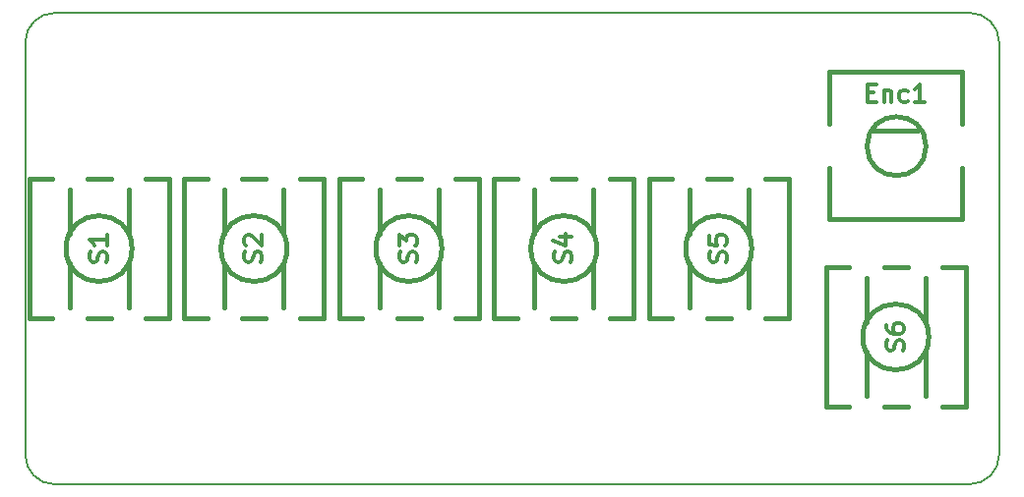
<source format=gto>
G04 #@! TF.FileFunction,Legend,Top*
%FSLAX46Y46*%
G04 Gerber Fmt 4.6, Leading zero omitted, Abs format (unit mm)*
G04 Created by KiCad (PCBNEW 4.0.2-4+6225~38~ubuntu14.04.1-stable) date jeu. 24 mars 2016 21:10:25 CET*
%MOMM*%
G01*
G04 APERTURE LIST*
%ADD10C,0.150000*%
%ADD11C,0.381000*%
%ADD12C,0.304800*%
G04 APERTURE END LIST*
D10*
X168910000Y-88900000D02*
G75*
G03X166370000Y-86360000I-2540000J0D01*
G01*
X166370000Y-127000000D02*
G75*
G03X168910000Y-124460000I0J2540000D01*
G01*
X85090000Y-124460000D02*
G75*
G03X87630000Y-127000000I2540000J0D01*
G01*
X87630000Y-86360000D02*
G75*
G03X85090000Y-88900000I0J-2540000D01*
G01*
X85090000Y-124460000D02*
X85090000Y-88900000D01*
X166370000Y-127000000D02*
X87630000Y-127000000D01*
X168910000Y-88900000D02*
X168910000Y-124460000D01*
X87630000Y-86360000D02*
X166370000Y-86360000D01*
D11*
X154305000Y-99695000D02*
X154305000Y-104140000D01*
X154305000Y-104140000D02*
X165735000Y-104140000D01*
X165735000Y-104140000D02*
X165735000Y-99695000D01*
X154305000Y-95885000D02*
X154305000Y-91440000D01*
X154305000Y-91440000D02*
X165735000Y-91440000D01*
X165735000Y-91440000D02*
X165735000Y-95885000D01*
X158115000Y-96520000D02*
X161925000Y-96520000D01*
X162623500Y-97853500D02*
G75*
G03X162623500Y-97853500I-2540000J0D01*
G01*
X90439240Y-100680520D02*
X92440760Y-100680520D01*
X87439500Y-112679480D02*
X85440520Y-112679480D01*
X85440520Y-112679480D02*
X85440520Y-100680520D01*
X85440520Y-100680520D02*
X87439500Y-100680520D01*
X92440760Y-112679480D02*
X90439240Y-112679480D01*
X95440500Y-100680520D02*
X97439480Y-100680520D01*
X97439480Y-100680520D02*
X97439480Y-112679480D01*
X97439480Y-112679480D02*
X95440500Y-112679480D01*
X88900000Y-105410000D02*
X88900000Y-101600000D01*
X88900000Y-111760000D02*
X88900000Y-107950000D01*
X93980000Y-107950000D02*
X93980000Y-111760000D01*
X93980000Y-101600000D02*
X93980000Y-105410000D01*
X94279806Y-106680000D02*
G75*
G03X94279806Y-106680000I-2839806J0D01*
G01*
X103774240Y-100680520D02*
X105775760Y-100680520D01*
X100774500Y-112679480D02*
X98775520Y-112679480D01*
X98775520Y-112679480D02*
X98775520Y-100680520D01*
X98775520Y-100680520D02*
X100774500Y-100680520D01*
X105775760Y-112679480D02*
X103774240Y-112679480D01*
X108775500Y-100680520D02*
X110774480Y-100680520D01*
X110774480Y-100680520D02*
X110774480Y-112679480D01*
X110774480Y-112679480D02*
X108775500Y-112679480D01*
X102235000Y-105410000D02*
X102235000Y-101600000D01*
X102235000Y-111760000D02*
X102235000Y-107950000D01*
X107315000Y-107950000D02*
X107315000Y-111760000D01*
X107315000Y-101600000D02*
X107315000Y-105410000D01*
X107614806Y-106680000D02*
G75*
G03X107614806Y-106680000I-2839806J0D01*
G01*
X117109240Y-100680520D02*
X119110760Y-100680520D01*
X114109500Y-112679480D02*
X112110520Y-112679480D01*
X112110520Y-112679480D02*
X112110520Y-100680520D01*
X112110520Y-100680520D02*
X114109500Y-100680520D01*
X119110760Y-112679480D02*
X117109240Y-112679480D01*
X122110500Y-100680520D02*
X124109480Y-100680520D01*
X124109480Y-100680520D02*
X124109480Y-112679480D01*
X124109480Y-112679480D02*
X122110500Y-112679480D01*
X115570000Y-105410000D02*
X115570000Y-101600000D01*
X115570000Y-111760000D02*
X115570000Y-107950000D01*
X120650000Y-107950000D02*
X120650000Y-111760000D01*
X120650000Y-101600000D02*
X120650000Y-105410000D01*
X120949806Y-106680000D02*
G75*
G03X120949806Y-106680000I-2839806J0D01*
G01*
X130444240Y-100680520D02*
X132445760Y-100680520D01*
X127444500Y-112679480D02*
X125445520Y-112679480D01*
X125445520Y-112679480D02*
X125445520Y-100680520D01*
X125445520Y-100680520D02*
X127444500Y-100680520D01*
X132445760Y-112679480D02*
X130444240Y-112679480D01*
X135445500Y-100680520D02*
X137444480Y-100680520D01*
X137444480Y-100680520D02*
X137444480Y-112679480D01*
X137444480Y-112679480D02*
X135445500Y-112679480D01*
X128905000Y-105410000D02*
X128905000Y-101600000D01*
X128905000Y-111760000D02*
X128905000Y-107950000D01*
X133985000Y-107950000D02*
X133985000Y-111760000D01*
X133985000Y-101600000D02*
X133985000Y-105410000D01*
X134284806Y-106680000D02*
G75*
G03X134284806Y-106680000I-2839806J0D01*
G01*
X143779240Y-100680520D02*
X145780760Y-100680520D01*
X140779500Y-112679480D02*
X138780520Y-112679480D01*
X138780520Y-112679480D02*
X138780520Y-100680520D01*
X138780520Y-100680520D02*
X140779500Y-100680520D01*
X145780760Y-112679480D02*
X143779240Y-112679480D01*
X148780500Y-100680520D02*
X150779480Y-100680520D01*
X150779480Y-100680520D02*
X150779480Y-112679480D01*
X150779480Y-112679480D02*
X148780500Y-112679480D01*
X142240000Y-105410000D02*
X142240000Y-101600000D01*
X142240000Y-111760000D02*
X142240000Y-107950000D01*
X147320000Y-107950000D02*
X147320000Y-111760000D01*
X147320000Y-101600000D02*
X147320000Y-105410000D01*
X147619806Y-106680000D02*
G75*
G03X147619806Y-106680000I-2839806J0D01*
G01*
X161020760Y-120299480D02*
X159019240Y-120299480D01*
X164020500Y-108300520D02*
X166019480Y-108300520D01*
X166019480Y-108300520D02*
X166019480Y-120299480D01*
X166019480Y-120299480D02*
X164020500Y-120299480D01*
X159019240Y-108300520D02*
X161020760Y-108300520D01*
X156019500Y-120299480D02*
X154020520Y-120299480D01*
X154020520Y-120299480D02*
X154020520Y-108300520D01*
X154020520Y-108300520D02*
X156019500Y-108300520D01*
X162560000Y-115570000D02*
X162560000Y-119380000D01*
X162560000Y-109220000D02*
X162560000Y-113030000D01*
X157480000Y-113030000D02*
X157480000Y-109220000D01*
X157480000Y-119380000D02*
X157480000Y-115570000D01*
X162859806Y-114300000D02*
G75*
G03X162859806Y-114300000I-2839806J0D01*
G01*
D12*
X157625143Y-93236143D02*
X158133143Y-93236143D01*
X158350857Y-94034429D02*
X157625143Y-94034429D01*
X157625143Y-92510429D01*
X158350857Y-92510429D01*
X159004000Y-93018429D02*
X159004000Y-94034429D01*
X159004000Y-93163571D02*
X159076572Y-93091000D01*
X159221714Y-93018429D01*
X159439429Y-93018429D01*
X159584572Y-93091000D01*
X159657143Y-93236143D01*
X159657143Y-94034429D01*
X161036000Y-93961857D02*
X160890857Y-94034429D01*
X160600571Y-94034429D01*
X160455429Y-93961857D01*
X160382857Y-93889286D01*
X160310286Y-93744143D01*
X160310286Y-93308714D01*
X160382857Y-93163571D01*
X160455429Y-93091000D01*
X160600571Y-93018429D01*
X160890857Y-93018429D01*
X161036000Y-93091000D01*
X162487429Y-94034429D02*
X161616572Y-94034429D01*
X162052000Y-94034429D02*
X162052000Y-92510429D01*
X161906857Y-92728143D01*
X161761715Y-92873286D01*
X161616572Y-92945857D01*
X92056857Y-107841143D02*
X92129429Y-107623429D01*
X92129429Y-107260572D01*
X92056857Y-107115429D01*
X91984286Y-107042858D01*
X91839143Y-106970286D01*
X91694000Y-106970286D01*
X91548857Y-107042858D01*
X91476286Y-107115429D01*
X91403714Y-107260572D01*
X91331143Y-107550858D01*
X91258571Y-107696000D01*
X91186000Y-107768572D01*
X91040857Y-107841143D01*
X90895714Y-107841143D01*
X90750571Y-107768572D01*
X90678000Y-107696000D01*
X90605429Y-107550858D01*
X90605429Y-107188000D01*
X90678000Y-106970286D01*
X92129429Y-105518857D02*
X92129429Y-106389714D01*
X92129429Y-105954286D02*
X90605429Y-105954286D01*
X90823143Y-106099429D01*
X90968286Y-106244571D01*
X91040857Y-106389714D01*
X105391857Y-107841143D02*
X105464429Y-107623429D01*
X105464429Y-107260572D01*
X105391857Y-107115429D01*
X105319286Y-107042858D01*
X105174143Y-106970286D01*
X105029000Y-106970286D01*
X104883857Y-107042858D01*
X104811286Y-107115429D01*
X104738714Y-107260572D01*
X104666143Y-107550858D01*
X104593571Y-107696000D01*
X104521000Y-107768572D01*
X104375857Y-107841143D01*
X104230714Y-107841143D01*
X104085571Y-107768572D01*
X104013000Y-107696000D01*
X103940429Y-107550858D01*
X103940429Y-107188000D01*
X104013000Y-106970286D01*
X104085571Y-106389714D02*
X104013000Y-106317143D01*
X103940429Y-106172000D01*
X103940429Y-105809143D01*
X104013000Y-105664000D01*
X104085571Y-105591429D01*
X104230714Y-105518857D01*
X104375857Y-105518857D01*
X104593571Y-105591429D01*
X105464429Y-106462286D01*
X105464429Y-105518857D01*
X118726857Y-107841143D02*
X118799429Y-107623429D01*
X118799429Y-107260572D01*
X118726857Y-107115429D01*
X118654286Y-107042858D01*
X118509143Y-106970286D01*
X118364000Y-106970286D01*
X118218857Y-107042858D01*
X118146286Y-107115429D01*
X118073714Y-107260572D01*
X118001143Y-107550858D01*
X117928571Y-107696000D01*
X117856000Y-107768572D01*
X117710857Y-107841143D01*
X117565714Y-107841143D01*
X117420571Y-107768572D01*
X117348000Y-107696000D01*
X117275429Y-107550858D01*
X117275429Y-107188000D01*
X117348000Y-106970286D01*
X117275429Y-106462286D02*
X117275429Y-105518857D01*
X117856000Y-106026857D01*
X117856000Y-105809143D01*
X117928571Y-105664000D01*
X118001143Y-105591429D01*
X118146286Y-105518857D01*
X118509143Y-105518857D01*
X118654286Y-105591429D01*
X118726857Y-105664000D01*
X118799429Y-105809143D01*
X118799429Y-106244571D01*
X118726857Y-106389714D01*
X118654286Y-106462286D01*
X132061857Y-107841143D02*
X132134429Y-107623429D01*
X132134429Y-107260572D01*
X132061857Y-107115429D01*
X131989286Y-107042858D01*
X131844143Y-106970286D01*
X131699000Y-106970286D01*
X131553857Y-107042858D01*
X131481286Y-107115429D01*
X131408714Y-107260572D01*
X131336143Y-107550858D01*
X131263571Y-107696000D01*
X131191000Y-107768572D01*
X131045857Y-107841143D01*
X130900714Y-107841143D01*
X130755571Y-107768572D01*
X130683000Y-107696000D01*
X130610429Y-107550858D01*
X130610429Y-107188000D01*
X130683000Y-106970286D01*
X131118429Y-105664000D02*
X132134429Y-105664000D01*
X130537857Y-106026857D02*
X131626429Y-106389714D01*
X131626429Y-105446286D01*
X145396857Y-107841143D02*
X145469429Y-107623429D01*
X145469429Y-107260572D01*
X145396857Y-107115429D01*
X145324286Y-107042858D01*
X145179143Y-106970286D01*
X145034000Y-106970286D01*
X144888857Y-107042858D01*
X144816286Y-107115429D01*
X144743714Y-107260572D01*
X144671143Y-107550858D01*
X144598571Y-107696000D01*
X144526000Y-107768572D01*
X144380857Y-107841143D01*
X144235714Y-107841143D01*
X144090571Y-107768572D01*
X144018000Y-107696000D01*
X143945429Y-107550858D01*
X143945429Y-107188000D01*
X144018000Y-106970286D01*
X143945429Y-105591429D02*
X143945429Y-106317143D01*
X144671143Y-106389714D01*
X144598571Y-106317143D01*
X144526000Y-106172000D01*
X144526000Y-105809143D01*
X144598571Y-105664000D01*
X144671143Y-105591429D01*
X144816286Y-105518857D01*
X145179143Y-105518857D01*
X145324286Y-105591429D01*
X145396857Y-105664000D01*
X145469429Y-105809143D01*
X145469429Y-106172000D01*
X145396857Y-106317143D01*
X145324286Y-106389714D01*
X160636857Y-115461143D02*
X160709429Y-115243429D01*
X160709429Y-114880572D01*
X160636857Y-114735429D01*
X160564286Y-114662858D01*
X160419143Y-114590286D01*
X160274000Y-114590286D01*
X160128857Y-114662858D01*
X160056286Y-114735429D01*
X159983714Y-114880572D01*
X159911143Y-115170858D01*
X159838571Y-115316000D01*
X159766000Y-115388572D01*
X159620857Y-115461143D01*
X159475714Y-115461143D01*
X159330571Y-115388572D01*
X159258000Y-115316000D01*
X159185429Y-115170858D01*
X159185429Y-114808000D01*
X159258000Y-114590286D01*
X159185429Y-113284000D02*
X159185429Y-113574286D01*
X159258000Y-113719429D01*
X159330571Y-113792000D01*
X159548286Y-113937143D01*
X159838571Y-114009714D01*
X160419143Y-114009714D01*
X160564286Y-113937143D01*
X160636857Y-113864571D01*
X160709429Y-113719429D01*
X160709429Y-113429143D01*
X160636857Y-113284000D01*
X160564286Y-113211429D01*
X160419143Y-113138857D01*
X160056286Y-113138857D01*
X159911143Y-113211429D01*
X159838571Y-113284000D01*
X159766000Y-113429143D01*
X159766000Y-113719429D01*
X159838571Y-113864571D01*
X159911143Y-113937143D01*
X160056286Y-114009714D01*
M02*

</source>
